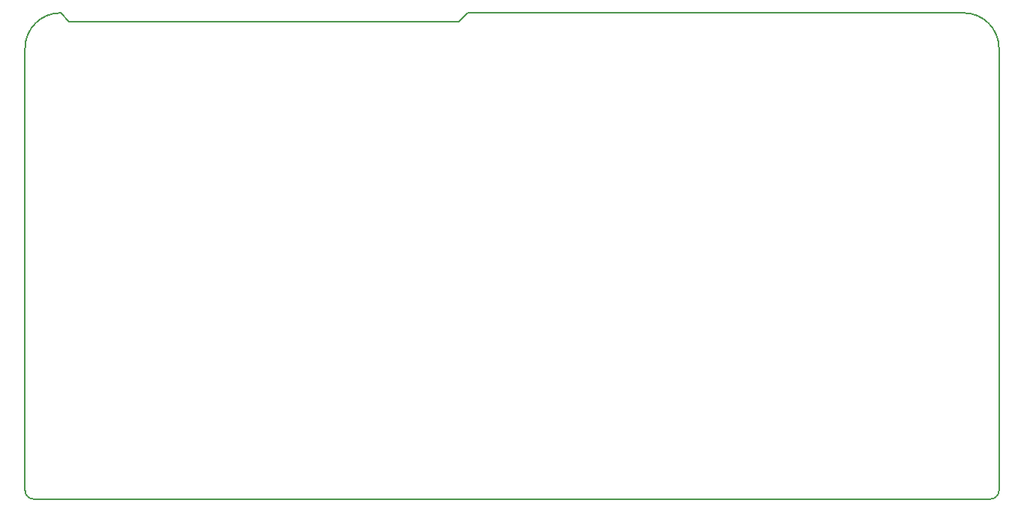
<source format=gbr>
G04 #@! TF.FileFunction,Profile,NP*
%FSLAX46Y46*%
G04 Gerber Fmt 4.6, Leading zero omitted, Abs format (unit mm)*
G04 Created by KiCad (PCBNEW 4.0.7-e2-6376~61~ubuntu18.04.1) date Mon May 27 11:53:03 2019*
%MOMM*%
%LPD*%
G01*
G04 APERTURE LIST*
%ADD10C,0.100000*%
%ADD11C,0.150000*%
G04 APERTURE END LIST*
D10*
D11*
X137000000Y-92000000D02*
X193000000Y-92000000D01*
X136000000Y-93000000D02*
X137000000Y-92000000D01*
X92000000Y-93000000D02*
X136000000Y-93000000D01*
X91000000Y-92000000D02*
X92000000Y-93000000D01*
X91000000Y-92000000D02*
G75*
G03X87000000Y-96000000I0J-4000000D01*
G01*
X87000000Y-146000000D02*
X87000000Y-96000000D01*
X197000000Y-96000000D02*
G75*
G03X193000000Y-92000000I-4000000J0D01*
G01*
X197000000Y-146000000D02*
X197000000Y-96000000D01*
X87000000Y-146000000D02*
G75*
G03X88000000Y-147000000I1000000J0D01*
G01*
X196000000Y-147000000D02*
G75*
G03X197000000Y-146000000I0J1000000D01*
G01*
X88000000Y-147000000D02*
X196000000Y-147000000D01*
M02*

</source>
